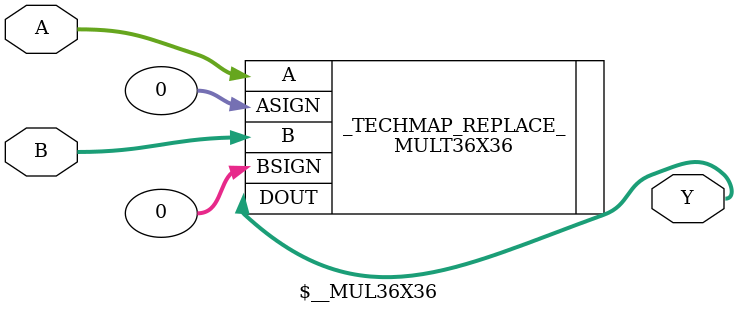
<source format=v>
module \$__MUL9X9 (input [8:0] A, input [8:0] B, output [17:0] Y);
	parameter A_WIDTH = 9;
	parameter B_WIDTH = 9;
	parameter Y_WIDTH = 18;
	parameter A_SIGNED = 0;
	parameter B_SIGNED = 0;

	wire [8:0] soa;
	wire [8:0] sob;

	MULT9X9 _TECHMAP_REPLACE_ (
		.A(A),
		.B(B),
		.SIA(8'b0),
		.SIB(8'b0),
		.ASIGN(A_SIGNED),
		.BSIGN(B_SIGNED),
		.ASEL(1'b0),
		.BSEL(1'b0),
		.SOA(soa),
		.SOB(sob),
		.DOUT(Y)
	);
endmodule

module \$__MUL18X18 (input [17:0] A, input [17:0] B, output [35:0] Y);
	parameter A_WIDTH = 18;
	parameter B_WIDTH = 18;
	parameter Y_WIDTH = 36;
	parameter A_SIGNED = 0;
	parameter B_SIGNED = 0;

	wire [17:0] soa;
	wire [17:0] sob;

	MULT18X18 _TECHMAP_REPLACE_ (
		.A(A),
		.B(B),
		.SIA(18'b0),
		.SIB(18'b0),
		.ASIGN(A_SIGNED),
		.BSIGN(B_SIGNED),
		.ASEL(1'b0),
		.BSEL(1'b0),
		.SOA(soa),
		.SOB(sob),
		.DOUT(Y)
	);
endmodule

module \$__MUL36X36 (input [35:0] A, input [35:0] B, output [71:0] Y);
	parameter A_WIDTH = 36;
	parameter B_WIDTH = 36;
	parameter Y_WIDTH = 72;
	parameter A_SIGNED = 0;
	parameter B_SIGNED = 0;

	MULT36X36 _TECHMAP_REPLACE_ (
		.A(A),
		.B(B),
		.ASIGN(A_SIGNED),
		.BSIGN(B_SIGNED),
		.DOUT(Y)
	);
endmodule

</source>
